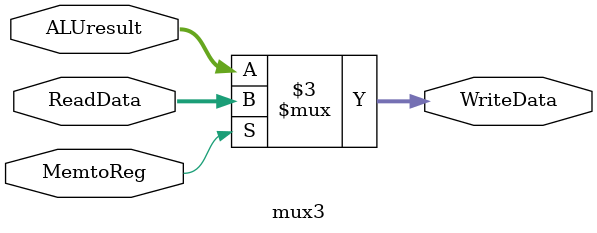
<source format=v>
module mux3(MemtoReg, ReadData, ALUresult, WriteData);
	input [31:0] ReadData, ALUresult;
	input MemtoReg;
	output reg [31:0] WriteData;
	
	/*Determina qual dado será gravado no banco de registradores:
	 *se é o resultado da ALU então será o ReadData;
	 *se é o dado lido da memoria será o ALUresult;
	 */
	always @(ReadData or ALUresult or MemtoReg) begin
		if(MemtoReg)
			WriteData = ReadData;
		else
			WriteData = ALUresult;
	end
	
endmodule

/*
module simulamux3();
	reg [31:0] ReadData, ALUresult;
	reg MemtoReg;
	wire [31:0] WriteData;
	
	mux3 inst(MemtoReg, ReadData, ALUresult, WriteData);
	
	initial begin
		$dumpfile("teste.vcd");
		$dumpvars;
		
		    ReadData = 123; ALUresult = 146; MemtoReg = 1;
		#4  ReadData = 153; ALUresult = 9431; MemtoReg = 1;
		#4  ReadData = 176533; ALUresult = 76; MemtoReg = 0;
		#4  ReadData = 161; ALUresult = 457; MemtoReg = 1;
		#4  ReadData = 1432; ALUresult = 8732; MemtoReg = 0;
		#4  ReadData = 1613; ALUresult = 8327; MemtoReg = 1;
		#4  ReadData = 151; ALUresult = 854; MemtoReg = 0;
		#4  ReadData = 161; ALUresult = 8134; MemtoReg = 0;
		#4  ReadData = 658; ALUresult = 14711; MemtoReg = 1;
		#4  ReadData = 942; ALUresult = 8653; MemtoReg = 0;
		
		#3 $finish;
	end
endmodule
*/

</source>
